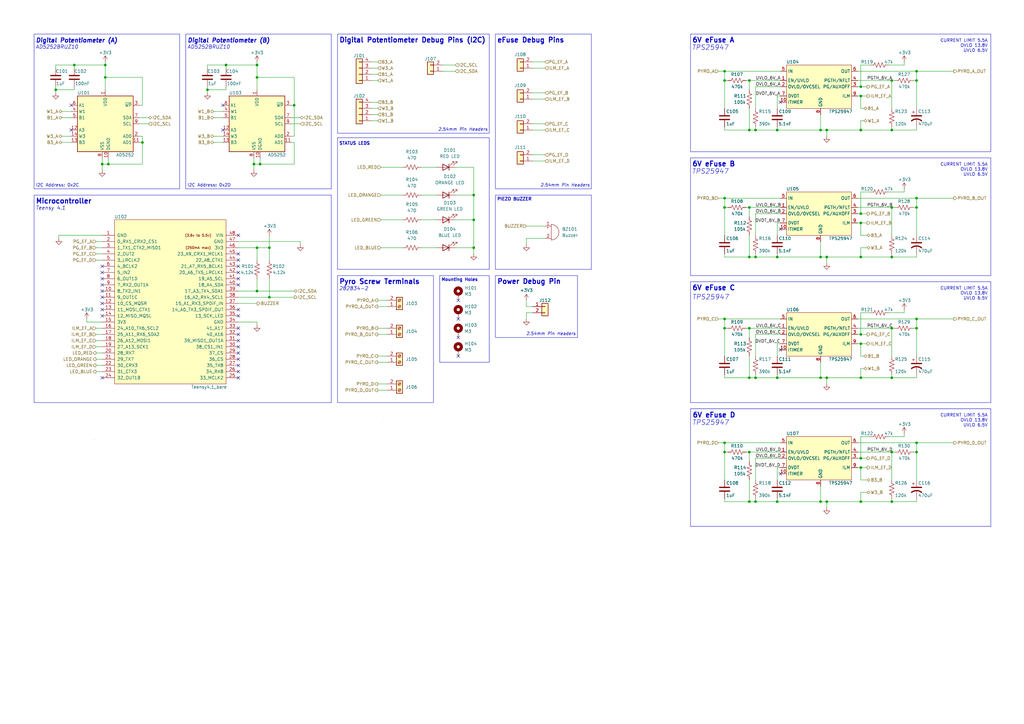
<source format=kicad_sch>
(kicad_sch (version 20231120) (generator "eeschema") (generator_version "8.0")
  (paper "A3")
  (title_block (title "SPARK Pyrotechnic Testing Board") (date "2024-10-10") (rev "A") (company "Illinois Space Society") (comment 4 "Contributors: Ajay Nagi Reddy Kumdam, Bryce Mikos, Thomas McManamen"))
  (lib_symbols
    (symbol "Connector:Screw_Terminal_01x02" (pin_names (offset 1.016) hide)
      (property "Reference" "J" (at 0 2.54 0))
      (property "Value" "Screw_Terminal_01x02" (at 0 -5.08 0))
      (symbol "Screw_Terminal_01x02_1_1"
        (pin passive line (at -5.08 0 0) (length 3.81) (name "Pin_1") (number "1"))
        (pin passive line (at -5.08 -2.54 0) (length 3.81) (name "Pin_2") (number "2"))
      )
    )
    (symbol "Connector_Generic:Conn_01x02" (pin_names (offset 1.016) hide)
      (property "Reference" "J" (at 0 2.54 0))
      (property "Value" "Conn_01x02" (at 0 -5.08 0))
      (symbol "Conn_01x02_1_1"
        (pin passive line (at -5.08 0 0) (length 3.81) (name "Pin_1") (number "1"))
        (pin passive line (at -5.08 -2.54 0) (length 3.81) (name "Pin_2") (number "2"))
      )
    )
    (symbol "Connector_Generic:Conn_01x04" (pin_names (offset 1.016) hide)
      (property "Reference" "J" (at 0 5.08 0))
      (property "Value" "Conn_01x04" (at 0 -7.62 0))
      (symbol "Conn_01x04_1_1"
        (pin passive line (at -5.08 2.54 0) (length 3.81) (name "Pin_1") (number "1"))
        (pin passive line (at -5.08 0 0) (length 3.81) (name "Pin_2") (number "2"))
        (pin passive line (at -5.08 -2.54 0) (length 3.81) (name "Pin_3") (number "3"))
        (pin passive line (at -5.08 -5.08 0) (length 3.81) (name "Pin_4") (number "4"))
      )
    )
    (symbol "Device:Buzzer" (pin_names (offset 0.0254) hide)
      (property "Reference" "BZ" (at 3.81 1.27 0))
      (property "Value" "Buzzer" (at 3.81 -1.27 0))
      (symbol "Buzzer_1_1"
        (pin passive line (at -2.54 2.54 0) (length 2.54) (name "-") (number "1"))
        (pin passive line (at -2.54 -2.54 0) (length 2.54) (name "+") (number "2"))
      )
    )
    (symbol "Device:C" (pin_numbers hide) (pin_names (offset 0.254))
      (property "Reference" "C" (at 0.635 2.54 0))
      (property "Value" "C" (at 0.635 -2.54 0))
      (symbol "C_1_1"
        (pin passive line (at 0 3.81 270) (length 2.794) (name "~") (number "1"))
        (pin passive line (at 0 -3.81 90) (length 2.794) (name "~") (number "2"))
      )
    )
    (symbol "Device:C_Polarized_US" (pin_numbers hide) (pin_names (offset 0.254) hide)
      (property "Reference" "C" (at 0.635 2.54 0))
      (property "Value" "C_Polarized_US" (at 0.635 -2.54 0))
      (symbol "C_Polarized_US_1_1"
        (pin passive line (at 0 3.81 270) (length 2.794) (name "~") (number "1"))
        (pin passive line (at 0 -3.81 90) (length 3.302) (name "~") (number "2"))
      )
    )
    (symbol "Device:LED" (pin_numbers hide) (pin_names (offset 1.016) hide)
      (property "Reference" "D" (at 0 2.54 0))
      (property "Value" "LED" (at 0 -2.54 0))
      (symbol "LED_1_1"
        (pin passive line (at -3.81 0 0) (length 2.54) (name "K") (number "1"))
        (pin passive line (at 3.81 0 180) (length 2.54) (name "A") (number "2"))
      )
    )
    (symbol "Device:R_US" (pin_numbers hide) (pin_names (offset 0))
      (property "Reference" "R" (at 2.54 0 90))
      (property "Value" "R_US" (at -2.54 0 90))
      (symbol "R_US_1_1"
        (pin passive line (at 0 3.81 270) (length 1.27) (name "~") (number "1"))
        (pin passive line (at 0 -3.81 90) (length 1.27) (name "~") (number "2"))
      )
    )
    (symbol "MCU_Teensy:Teensy4.1_bare" (pin_names (offset 1.016))
      (property "Reference" "U2" (at 0 66.04 0))
      (property "Value" "Teensy4.1_bare" (at 0 63.5 0))
      (property "Footprint" "Teensy4.1bare:Teensy41_bare_pins" (at 0 -13.97 0))
      (symbol "Teensy4.1_bare_0_0"
        (text "(250mA max)" (at 11.43 49.53 0) (effects (font (size 1.016 1.016))))
        (text "(3.6v to 5.5v)" (at 11.43 54.61 0) (effects (font (size 1.016 1.016))))
        (pin bidirectional line (at -27.94 31.75 0) (length 5.08) (name "8_TX2_IN1") (number "10"))
        (pin bidirectional line (at -27.94 29.21 0) (length 5.08) (name "9_OUT1C") (number "11"))
        (pin bidirectional line (at -27.94 26.67 0) (length 5.08) (name "10_CS_MQSR") (number "12"))
        (pin bidirectional line (at -27.94 24.13 0) (length 5.08) (name "11_MOSI_CTX1") (number "13"))
        (pin bidirectional line (at -27.94 21.59 0) (length 5.08) (name "12_MISO_MQSL") (number "14"))
        (pin power_in line (at -27.94 19.05 0) (length 5.08) (name "3V3") (number "15"))
        (pin bidirectional line (at -27.94 16.51 0) (length 5.08) (name "24_A10_TX6_SCL2") (number "16"))
        (pin bidirectional line (at -27.94 13.97 0) (length 5.08) (name "25_A11_RX6_SDA2") (number "17"))
        (pin bidirectional line (at -27.94 11.43 0) (length 5.08) (name "26_A12_MOSI1") (number "18"))
        (pin bidirectional line (at -27.94 8.89 0) (length 5.08) (name "27_A13_SCK1") (number "19"))
        (pin bidirectional line (at -27.94 6.35 0) (length 5.08) (name "28_RX7") (number "20"))
        (pin bidirectional line (at -27.94 3.81 0) (length 5.08) (name "29_TX7") (number "21"))
        (pin bidirectional line (at -27.94 1.27 0) (length 5.08) (name "30_CRX3") (number "22"))
        (pin bidirectional line (at -27.94 -1.27 0) (length 5.08) (name "31_CTX3") (number "23"))
        (pin bidirectional line (at -27.94 -3.81 0) (length 5.08) (name "32_OUT1B") (number "24"))
        (pin bidirectional line (at 27.94 -3.81 180) (length 5.08) (name "33_MCLK2") (number "25"))
        (pin bidirectional line (at 27.94 -1.27 180) (length 5.08) (name "34_RX8") (number "26"))
        (pin bidirectional line (at 27.94 1.27 180) (length 5.08) (name "35_TX8") (number "27"))
        (pin bidirectional line (at 27.94 3.81 180) (length 5.08) (name "36_CS") (number "28"))
        (pin bidirectional line (at 27.94 6.35 180) (length 5.08) (name "37_CS") (number "29"))
        (pin bidirectional line (at 27.94 8.89 180) (length 5.08) (name "38_CS1_IN1") (number "30"))
        (pin bidirectional line (at 27.94 11.43 180) (length 5.08) (name "39_MISO1_OUT1A") (number "31"))
        (pin bidirectional line (at 27.94 13.97 180) (length 5.08) (name "40_A16") (number "32"))
        (pin bidirectional line (at 27.94 16.51 180) (length 5.08) (name "41_A17") (number "33"))
        (pin bidirectional line (at 27.94 21.59 180) (length 5.08) (name "13_SCK_LED") (number "35"))
        (pin bidirectional line (at 27.94 24.13 180) (length 5.08) (name "14_A0_TX3_SPDIF_OUT") (number "36"))
        (pin bidirectional line (at 27.94 26.67 180) (length 5.08) (name "15_A1_RX3_SPDIF_IN") (number "37"))
        (pin bidirectional line (at 27.94 29.21 180) (length 5.08) (name "16_A2_RX4_SCL1") (number "38"))
        (pin bidirectional line (at 27.94 31.75 180) (length 5.08) (name "17_A3_TX4_SDA1") (number "39"))
        (pin bidirectional line (at 27.94 34.29 180) (length 5.08) (name "18_A4_SDA") (number "40"))
        (pin bidirectional line (at 27.94 36.83 180) (length 5.08) (name "19_A5_SCL") (number "41"))
        (pin bidirectional line (at 27.94 39.37 180) (length 5.08) (name "20_A6_TX5_LRCLK1") (number "42"))
        (pin bidirectional line (at 27.94 41.91 180) (length 5.08) (name "21_A7_RX5_BCLK1") (number "43"))
        (pin bidirectional line (at 27.94 44.45 180) (length 5.08) (name "22_A8_CTX1") (number "44"))
        (pin bidirectional line (at 27.94 46.99 180) (length 5.08) (name "23_A9_CRX1_MCLK1") (number "45"))
        (pin power_in line (at 27.94 49.53 180) (length 5.08) (name "3V3") (number "46"))
        (pin power_in line (at 27.94 52.07 180) (length 5.08) (name "GND") (number "47"))
        (pin power_in line (at 27.94 54.61 180) (length 5.08) (name "VIN") (number "48"))
        (pin bidirectional line (at -27.94 44.45 0) (length 5.08) (name "3_LRCLK2") (number "5"))
        (pin bidirectional line (at -27.94 41.91 0) (length 5.08) (name "4_BCLK2") (number "6"))
        (pin bidirectional line (at -27.94 39.37 0) (length 5.08) (name "5_IN2") (number "7"))
        (pin bidirectional line (at -27.94 36.83 0) (length 5.08) (name "6_OUT1D") (number "8"))
        (pin bidirectional line (at -27.94 34.29 0) (length 5.08) (name "7_RX2_OUT1A") (number "9"))
      )
      (symbol "Teensy4.1_bare_1_1"
        (pin power_in line (at -27.94 54.61 0) (length 5.08) (name "GND") (number "1"))
        (pin bidirectional line (at -27.94 52.07 0) (length 5.08) (name "0_RX1_CRX2_CS1") (number "2"))
        (pin bidirectional line (at -27.94 49.53 0) (length 5.08) (name "1_TX1_CTX2_MISO1") (number "3"))
        (pin power_in line (at 27.94 19.05 180) (length 5.08) (name "GND") (number "34"))
        (pin bidirectional line (at -27.94 46.99 0) (length 5.08) (name "2_OUT2") (number "4"))
      )
    )
    (symbol "Mechanical:MountingHole_Pad" (pin_numbers hide) (pin_names (offset 1.016) hide)
      (property "Reference" "H" (at 0 6.35 0))
      (property "Value" "MountingHole_Pad" (at 0 4.445 0))
      (symbol "MountingHole_Pad_1_1"
        (pin input line (at 0 -2.54 90) (length 2.54) (name "1") (number "1"))
      )
    )
    (symbol "Potentiometer_Analog:AD5252"
      (property "Reference" "U" (at -11.43 12.7 0))
      (property "Value" "AD5252" (at 3.81 -13.97 0))
      (symbol "AD5252_1_0"
        (pin power_in line (at 0 13.97 270) (length 2.54) (name "VDD") (number "1"))
        (pin passive line (at 1.27 -13.97 90) (length 2.54) (name "DGND") (number "10"))
        (pin passive line (at 13.97 -7.62 180) (length 2.54) (name "AD1") (number "11"))
        (pin passive line (at -13.97 -2.54 0) (length 2.54) (name "A3") (number "12"))
        (pin passive line (at -13.97 -7.62 0) (length 2.54) (name "B3") (number "13"))
        (pin passive line (at -13.97 -5.08 0) (length 2.54) (name "W3") (number "14"))
        (pin passive line (at 13.97 -5.08 180) (length 2.54) (name "AD0") (number "2"))
        (pin passive line (at 13.97 7.62 180) (length 2.54) (name "~{WP}") (number "3"))
        (pin passive line (at -13.97 5.08 0) (length 2.54) (name "W1") (number "4"))
        (pin passive line (at -13.97 2.54 0) (length 2.54) (name "B1") (number "5"))
        (pin passive line (at -13.97 7.62 0) (length 2.54) (name "A1") (number "6"))
        (pin passive line (at 13.97 2.54 180) (length 2.54) (name "SDA") (number "7"))
        (pin power_in line (at -1.27 -13.97 90) (length 2.54) (name "VSS") (number "8"))
        (pin passive line (at 13.97 0 180) (length 2.54) (name "SCL") (number "9"))
      )
    )
    (symbol "Power_eFuse:TPS25947"
      (property "Reference" "U" (at -13.97 12.7 0))
      (property "Value" "TPS25947" (at 8.255 12.7 0))
      (symbol "TPS25947_0_0"
        (pin input line (at -16.51 5.08 0) (length 2.54) (name "EN/UVLO") (number "1"))
        (pin output line (at -16.51 -3.81 0) (length 2.54) (name "ITIMER") (number "10"))
        (pin input line (at -16.51 2.54 0) (length 2.54) (name "OVLO/OVCSEL") (number "2"))
        (pin output line (at 15.24 2.54 180) (length 2.54) (name "PG/AUXOFF") (number "3"))
        (pin bidirectional line (at 15.24 5.08 180) (length 2.54) (name "PGTH/NFLT") (number "4"))
        (pin power_in line (at -16.51 8.89 0) (length 2.54) (name "IN") (number "5"))
        (pin power_out line (at 15.24 8.89 180) (length 2.54) (name "OUT") (number "6"))
        (pin output line (at -16.51 -1.27 0) (length 2.54) (name "DVDT") (number "7"))
        (pin input line (at 0 -8.89 90) (length 2.54) (name "GND") (number "8"))
        (pin output line (at 15.24 -1.27 180) (length 2.54) (name "ILM") (number "9"))
      )
    )
    (symbol "power:+3V3" (power) (pin_names (offset 0))
      (property "Value" "+3V3" (at 0 3.556 0))
      (symbol "+3V3_1_1"
        (pin power_in line (at 0 0 90) (length 0) hide (name "+3V3") (number "1"))
      )
    )
    (symbol "power:GND" (power) (pin_names (offset 0))
      (property "Value" "GND" (at 0 -3.81 0))
      (symbol "GND_1_1"
        (pin power_in line (at 0 0 270) (length 0) hide (name "GND") (number "1"))
      )
    )
  )
  (junction (at 307.34 134.62))
  (junction (at 318.77 205.74))
  (junction (at 339.09 105.41))
  (junction (at 365.76 185.42))
  (junction (at 307.34 205.74))
  (junction (at 297.18 85.09))
  (junction (at 105.41 26.67))
  (junction (at 85.09 36.83))
  (junction (at 41.91 67.31))
  (junction (at 297.18 81.28))
  (junction (at 318.77 105.41))
  (junction (at 106.68 67.31))
  (junction (at 307.34 154.94))
  (junction (at 105.41 31.75))
  (junction (at 336.55 53.34))
  (junction (at 309.88 105.41))
  (junction (at 336.55 154.94))
  (junction (at 353.06 35.56))
  (junction (at 353.06 53.34))
  (junction (at 375.92 85.09))
  (junction (at 307.34 105.41))
  (junction (at 375.92 29.21))
  (junction (at 43.18 31.75))
  (junction (at 365.76 53.34))
  (junction (at 365.76 85.09))
  (junction (at 309.88 53.34))
  (junction (at 375.92 130.81))
  (junction (at 297.18 181.61))
  (junction (at 353.06 91.44))
  (junction (at 353.06 140.97))
  (junction (at 307.34 53.34))
  (junction (at 353.06 191.77))
  (junction (at 365.76 134.62))
  (junction (at 375.92 134.62))
  (junction (at 336.55 105.41))
  (junction (at 307.34 85.09))
  (junction (at 104.14 67.31))
  (junction (at 297.18 185.42))
  (junction (at 58.42 58.42))
  (junction (at 43.18 26.67))
  (junction (at 120.65 43.18))
  (junction (at 336.55 205.74))
  (junction (at 339.09 154.94))
  (junction (at 307.34 33.02))
  (junction (at 194.31 80.01))
  (junction (at 318.77 154.94))
  (junction (at 22.86 36.83))
  (junction (at 353.06 105.41))
  (junction (at 353.06 87.63))
  (junction (at 92.71 26.67))
  (junction (at 297.18 134.62))
  (junction (at 365.76 154.94))
  (junction (at 194.31 101.6))
  (junction (at 339.09 205.74))
  (junction (at 339.09 53.34))
  (junction (at 297.18 29.21))
  (junction (at 105.41 101.6))
  (junction (at 375.92 185.42))
  (junction (at 365.76 33.02))
  (junction (at 353.06 154.94))
  (junction (at 309.88 154.94))
  (junction (at 353.06 187.96))
  (junction (at 110.49 121.92))
  (junction (at 365.76 105.41))
  (junction (at 44.45 67.31))
  (junction (at 297.18 33.02))
  (junction (at 30.48 26.67))
  (junction (at 105.41 119.38))
  (junction (at 353.06 137.16))
  (junction (at 353.06 205.74))
  (junction (at 353.06 39.37))
  (junction (at 318.77 53.34))
  (junction (at 375.92 33.02))
  (junction (at 365.76 205.74))
  (junction (at 375.92 81.28))
  (junction (at 307.34 185.42))
  (junction (at 194.31 90.17))
  (junction (at 375.92 181.61))
  (junction (at 309.88 205.74))
  (junction (at 110.49 101.6))
  (junction (at 297.18 130.81))
  (no_connect (at 187.96 130.81))
  (no_connect (at 187.96 146.05))
  (no_connect (at 97.79 106.68))
  (no_connect (at 41.91 111.76))
  (no_connect (at 97.79 139.7))
  (no_connect (at 187.96 138.43))
  (no_connect (at 41.91 121.92))
  (no_connect (at 187.96 123.19))
  (no_connect (at 29.21 43.18))
  (no_connect (at 97.79 116.84))
  (no_connect (at 97.79 152.4))
  (no_connect (at 320.04 93.98))
  (no_connect (at 29.21 53.34))
  (no_connect (at 97.79 147.32))
  (no_connect (at 41.91 127))
  (no_connect (at 97.79 129.54))
  (no_connect (at 97.79 114.3))
  (no_connect (at 97.79 154.94))
  (no_connect (at 97.79 149.86))
  (no_connect (at 97.79 137.16))
  (no_connect (at 320.04 41.91))
  (no_connect (at 97.79 142.24))
  (no_connect (at 97.79 111.76))
  (no_connect (at 41.91 109.22))
  (no_connect (at 41.91 119.38))
  (no_connect (at 41.91 114.3))
  (no_connect (at 97.79 144.78))
  (no_connect (at 320.04 143.51))
  (no_connect (at 41.91 116.84))
  (no_connect (at 320.04 194.31))
  (no_connect (at 97.79 104.14))
  (no_connect (at 97.79 127))
  (no_connect (at 91.44 43.18))
  (no_connect (at 97.79 109.22))
  (no_connect (at 41.91 154.94))
  (no_connect (at 91.44 53.34))
  (no_connect (at 97.79 134.62))
  (no_connect (at 41.91 129.54))
  (no_connect (at 97.79 96.52))
  (no_connect (at 41.91 124.46))
  (wire (pts (xy 307.34 205.74) (xy 297.18 205.74)))
  (wire (pts (xy 318.77 39.37) (xy 320.04 39.37)))
  (wire (pts (xy 354.33 49.53) (xy 353.06 49.53)))
  (wire (pts (xy 39.37 134.62) (xy 41.91 134.62)))
  (wire (pts (xy 154.94 25.4) (xy 152.4 25.4)))
  (wire (pts (xy 39.37 139.7) (xy 41.91 139.7)))
  (wire (pts (xy 375.92 81.28) (xy 391.16 81.28)))
  (wire (pts (xy 365.76 105.41) (xy 365.76 104.14)))
  (wire (pts (xy 297.18 185.42) (xy 298.45 185.42)))
  (wire (pts (xy 158.75 146.05) (xy 154.94 146.05)))
  (wire (pts (xy 172.72 68.58) (xy 179.07 68.58)))
  (wire (pts (xy 353.06 137.16) (xy 355.6 137.16)))
  (wire (pts (xy 354.33 151.13) (xy 353.06 151.13)))
  (wire (pts (xy 336.55 105.41) (xy 339.09 105.41)))
  (wire (pts (xy 154.94 44.45) (xy 152.4 44.45)))
  (wire (pts (xy 297.18 185.42) (xy 297.18 196.85)))
  (wire (pts (xy 309.88 153.67) (xy 309.88 154.94)))
  (wire (pts (xy 365.76 85.09) (xy 367.03 85.09)))
  (wire (pts (xy 353.06 26.67) (xy 353.06 35.56)))
  (wire (pts (xy 297.18 181.61) (xy 297.18 185.42)))
  (wire (pts (xy 110.49 96.52) (xy 110.49 101.6)))
  (wire (pts (xy 375.92 181.61) (xy 375.92 185.42)))
  (wire (pts (xy 119.38 48.26) (xy 123.19 48.26)))
  (wire (pts (xy 318.77 39.37) (xy 318.77 44.45)))
  (wire (pts (xy 364.49 26.67) (xy 370.84 26.67)))
  (wire (pts (xy 110.49 114.3) (xy 110.49 121.92)))
  (wire (pts (xy 353.06 151.13) (xy 353.06 154.94)))
  (wire (pts (xy 318.77 91.44) (xy 318.77 96.52)))
  (wire (pts (xy 306.07 85.09) (xy 307.34 85.09)))
  (wire (pts (xy 365.76 85.09) (xy 365.76 96.52)))
  (wire (pts (xy 351.79 33.02) (xy 365.76 33.02)))
  (polyline (pts (xy 143.51 13.97) (xy 143.51 13.97)))
  (wire (pts (xy 154.94 160.02) (xy 158.75 160.02)))
  (wire (pts (xy 353.06 101.6) (xy 353.06 105.41)))
  (wire (pts (xy 375.92 204.47) (xy 375.92 205.74)))
  (wire (pts (xy 186.69 101.6) (xy 194.31 101.6)))
  (wire (pts (xy 365.76 154.94) (xy 365.76 153.67)))
  (wire (pts (xy 43.18 31.75) (xy 43.18 36.83)))
  (wire (pts (xy 172.72 101.6) (xy 179.07 101.6)))
  (wire (pts (xy 318.77 205.74) (xy 336.55 205.74)))
  (wire (pts (xy 375.92 105.41) (xy 365.76 105.41)))
  (wire (pts (xy 353.06 128.27) (xy 356.87 128.27)))
  (wire (pts (xy 370.84 26.67) (xy 370.84 25.4)))
  (wire (pts (xy 120.65 58.42) (xy 120.65 67.31)))
  (wire (pts (xy 97.79 119.38) (xy 105.41 119.38)))
  (wire (pts (xy 152.4 46.99) (xy 154.94 46.99)))
  (wire (pts (xy 339.09 105.41) (xy 353.06 105.41)))
  (wire (pts (xy 194.31 101.6) (xy 194.31 104.14)))
  (wire (pts (xy 307.34 134.62) (xy 307.34 138.43)))
  (wire (pts (xy 336.55 205.74) (xy 339.09 205.74)))
  (wire (pts (xy 297.18 205.74) (xy 297.18 204.47)))
  (wire (pts (xy 320.04 35.56) (xy 309.88 35.56)))
  (wire (pts (xy 309.88 87.63) (xy 309.88 96.52)))
  (wire (pts (xy 318.77 140.97) (xy 320.04 140.97)))
  (wire (pts (xy 186.69 68.58) (xy 194.31 68.58)))
  (wire (pts (xy 154.94 137.16) (xy 158.75 137.16)))
  (wire (pts (xy 318.77 191.77) (xy 318.77 196.85)))
  (wire (pts (xy 123.19 99.06) (xy 97.79 99.06)))
  (wire (pts (xy 351.79 185.42) (xy 365.76 185.42)))
  (wire (pts (xy 353.06 201.93) (xy 355.6 201.93)))
  (wire (pts (xy 307.34 105.41) (xy 309.88 105.41)))
  (wire (pts (xy 309.88 104.14) (xy 309.88 105.41)))
  (wire (pts (xy 186.69 90.17) (xy 194.31 90.17)))
  (wire (pts (xy 218.44 40.64) (xy 223.52 40.64)))
  (wire (pts (xy 307.34 85.09) (xy 320.04 85.09)))
  (wire (pts (xy 152.4 33.02) (xy 154.94 33.02)))
  (wire (pts (xy 154.94 125.73) (xy 158.75 125.73)))
  (wire (pts (xy 309.88 137.16) (xy 309.88 146.05)))
  (wire (pts (xy 97.79 121.92) (xy 110.49 121.92)))
  (wire (pts (xy 375.92 185.42) (xy 375.92 196.85)))
  (wire (pts (xy 336.55 46.99) (xy 336.55 53.34)))
  (wire (pts (xy 297.18 53.34) (xy 307.34 53.34)))
  (wire (pts (xy 365.76 134.62) (xy 367.03 134.62)))
  (wire (pts (xy 297.18 85.09) (xy 297.18 96.52)))
  (wire (pts (xy 351.79 29.21) (xy 375.92 29.21)))
  (wire (pts (xy 318.77 52.07) (xy 318.77 53.34)))
  (wire (pts (xy 297.18 33.02) (xy 298.45 33.02)))
  (wire (pts (xy 318.77 53.34) (xy 336.55 53.34)))
  (wire (pts (xy 351.79 81.28) (xy 375.92 81.28)))
  (wire (pts (xy 353.06 140.97) (xy 353.06 146.05)))
  (wire (pts (xy 309.88 187.96) (xy 309.88 196.85)))
  (wire (pts (xy 152.4 30.48) (xy 154.94 30.48)))
  (wire (pts (xy 218.44 25.4) (xy 223.52 25.4)))
  (wire (pts (xy 156.21 68.58) (xy 165.1 68.58)))
  (wire (pts (xy 375.92 85.09) (xy 374.65 85.09)))
  (wire (pts (xy 215.9 92.71) (xy 223.52 92.71)))
  (wire (pts (xy 318.77 204.47) (xy 318.77 205.74)))
  (wire (pts (xy 87.63 48.26) (xy 91.44 48.26)))
  (wire (pts (xy 24.13 97.79) (xy 24.13 96.52)))
  (wire (pts (xy 294.64 29.21) (xy 297.18 29.21)))
  (wire (pts (xy 297.18 154.94) (xy 307.34 154.94)))
  (wire (pts (xy 39.37 144.78) (xy 41.91 144.78)))
  (wire (pts (xy 353.06 196.85) (xy 355.6 196.85)))
  (wire (pts (xy 297.18 104.14) (xy 297.18 105.41)))
  (wire (pts (xy 339.09 53.34) (xy 339.09 55.88)))
  (wire (pts (xy 58.42 31.75) (xy 43.18 31.75)))
  (wire (pts (xy 41.91 69.85) (xy 41.91 67.31)))
  (wire (pts (xy 353.06 91.44) (xy 353.06 96.52)))
  (wire (pts (xy 92.71 35.56) (xy 92.71 36.83)))
  (wire (pts (xy 156.21 80.01) (xy 165.1 80.01)))
  (wire (pts (xy 353.06 78.74) (xy 353.06 87.63)))
  (wire (pts (xy 375.92 181.61) (xy 391.16 181.61)))
  (wire (pts (xy 307.34 33.02) (xy 307.34 36.83)))
  (wire (pts (xy 353.06 35.56) (xy 355.6 35.56)))
  (wire (pts (xy 365.76 185.42) (xy 365.76 196.85)))
  (wire (pts (xy 92.71 27.94) (xy 92.71 26.67)))
  (wire (pts (xy 218.44 63.5) (xy 223.52 63.5)))
  (wire (pts (xy 154.94 41.91) (xy 152.4 41.91)))
  (wire (pts (xy 307.34 53.34) (xy 309.88 53.34)))
  (wire (pts (xy 307.34 146.05) (xy 307.34 154.94)))
  (wire (pts (xy 351.79 35.56) (xy 353.06 35.56)))
  (wire (pts (xy 365.76 205.74) (xy 365.76 204.47)))
  (wire (pts (xy 339.09 205.74) (xy 339.09 208.28)))
  (wire (pts (xy 97.79 124.46) (xy 105.41 124.46)))
  (wire (pts (xy 110.49 121.92) (xy 120.65 121.92)))
  (wire (pts (xy 353.06 96.52) (xy 355.6 96.52)))
  (wire (pts (xy 375.92 33.02) (xy 374.65 33.02)))
  (wire (pts (xy 186.69 80.01) (xy 194.31 80.01)))
  (wire (pts (xy 375.92 53.34) (xy 365.76 53.34)))
  (wire (pts (xy 41.91 67.31) (xy 41.91 64.77)))
  (wire (pts (xy 307.34 33.02) (xy 320.04 33.02)))
  (wire (pts (xy 339.09 105.41) (xy 339.09 107.95)))
  (wire (pts (xy 194.31 90.17) (xy 194.31 101.6)))
  (wire (pts (xy 351.79 134.62) (xy 365.76 134.62)))
  (wire (pts (xy 375.92 130.81) (xy 375.92 134.62)))
  (wire (pts (xy 85.09 36.83) (xy 85.09 38.1)))
  (polyline (pts (xy 285.75 62.23) (xy 285.75 62.23)))
  (wire (pts (xy 320.04 87.63) (xy 309.88 87.63)))
  (wire (pts (xy 353.06 105.41) (xy 365.76 105.41)))
  (wire (pts (xy 370.84 77.47) (xy 370.84 78.74)))
  (wire (pts (xy 154.94 27.94) (xy 152.4 27.94)))
  (wire (pts (xy 39.37 104.14) (xy 41.91 104.14)))
  (wire (pts (xy 318.77 91.44) (xy 320.04 91.44)))
  (wire (pts (xy 307.34 96.52) (xy 307.34 105.41)))
  (wire (pts (xy 181.61 26.67) (xy 186.69 26.67)))
  (wire (pts (xy 154.94 148.59) (xy 158.75 148.59)))
  (wire (pts (xy 35.56 132.08) (xy 41.91 132.08)))
  (wire (pts (xy 353.06 140.97) (xy 355.6 140.97)))
  (wire (pts (xy 105.41 119.38) (xy 120.65 119.38)))
  (wire (pts (xy 119.38 58.42) (xy 120.65 58.42)))
  (wire (pts (xy 353.06 78.74) (xy 356.87 78.74)))
  (wire (pts (xy 297.18 81.28) (xy 320.04 81.28)))
  (wire (pts (xy 106.68 67.31) (xy 106.68 64.77)))
  (wire (pts (xy 351.79 140.97) (xy 353.06 140.97)))
  (wire (pts (xy 110.49 106.68) (xy 110.49 101.6)))
  (wire (pts (xy 309.88 53.34) (xy 318.77 53.34)))
  (wire (pts (xy 336.55 154.94) (xy 339.09 154.94)))
  (wire (pts (xy 218.44 125.73) (xy 215.9 125.73)))
  (wire (pts (xy 39.37 137.16) (xy 41.91 137.16)))
  (wire (pts (xy 375.92 134.62) (xy 375.92 146.05)))
  (wire (pts (xy 22.86 26.67) (xy 22.86 27.94)))
  (wire (pts (xy 123.19 100.33) (xy 123.19 99.06)))
  (wire (pts (xy 105.41 133.35) (xy 105.41 132.08)))
  (wire (pts (xy 375.92 185.42) (xy 374.65 185.42)))
  (wire (pts (xy 194.31 68.58) (xy 194.31 80.01)))
  (wire (pts (xy 370.84 78.74) (xy 364.49 78.74)))
  (wire (pts (xy 353.06 101.6) (xy 355.6 101.6)))
  (wire (pts (xy 120.65 43.18) (xy 120.65 31.75)))
  (wire (pts (xy 172.72 80.01) (xy 179.07 80.01)))
  (wire (pts (xy 339.09 53.34) (xy 353.06 53.34)))
  (wire (pts (xy 307.34 185.42) (xy 307.34 189.23)))
  (wire (pts (xy 39.37 106.68) (xy 41.91 106.68)))
  (wire (pts (xy 119.38 50.8) (xy 123.19 50.8)))
  (wire (pts (xy 320.04 187.96) (xy 309.88 187.96)))
  (wire (pts (xy 353.06 39.37) (xy 353.06 44.45)))
  (wire (pts (xy 375.92 52.07) (xy 375.92 53.34)))
  (wire (pts (xy 25.4 58.42) (xy 29.21 58.42)))
  (wire (pts (xy 309.88 154.94) (xy 318.77 154.94)))
  (wire (pts (xy 297.18 130.81) (xy 297.18 134.62)))
  (wire (pts (xy 39.37 101.6) (xy 41.91 101.6)))
  (wire (pts (xy 172.72 90.17) (xy 179.07 90.17)))
  (wire (pts (xy 58.42 43.18) (xy 57.15 43.18)))
  (wire (pts (xy 154.94 123.19) (xy 158.75 123.19)))
  (wire (pts (xy 318.77 154.94) (xy 336.55 154.94)))
  (wire (pts (xy 375.92 134.62) (xy 374.65 134.62)))
  (wire (pts (xy 365.76 53.34) (xy 365.76 52.07)))
  (wire (pts (xy 351.79 137.16) (xy 353.06 137.16)))
  (wire (pts (xy 309.88 105.41) (xy 318.77 105.41)))
  (wire (pts (xy 39.37 149.86) (xy 41.91 149.86)))
  (wire (pts (xy 370.84 177.8) (xy 370.84 179.07)))
  (wire (pts (xy 35.56 130.81) (xy 35.56 132.08)))
  (wire (pts (xy 158.75 157.48) (xy 154.94 157.48)))
  (wire (pts (xy 306.07 185.42) (xy 307.34 185.42)))
  (wire (pts (xy 353.06 191.77) (xy 355.6 191.77)))
  (wire (pts (xy 215.9 130.81) (xy 215.9 128.27)))
  (wire (pts (xy 375.92 81.28) (xy 375.92 85.09)))
  (wire (pts (xy 353.06 91.44) (xy 355.6 91.44)))
  (wire (pts (xy 353.06 39.37) (xy 355.6 39.37)))
  (wire (pts (xy 119.38 55.88) (xy 120.65 55.88)))
  (wire (pts (xy 87.63 45.72) (xy 91.44 45.72)))
  (wire (pts (xy 297.18 29.21) (xy 320.04 29.21)))
  (wire (pts (xy 120.65 67.31) (xy 106.68 67.31)))
  (wire (pts (xy 353.06 44.45) (xy 354.33 44.45)))
  (wire (pts (xy 375.92 153.67) (xy 375.92 154.94)))
  (wire (pts (xy 218.44 50.8) (xy 223.52 50.8)))
  (wire (pts (xy 215.9 125.73) (xy 215.9 123.19)))
  (wire (pts (xy 104.14 67.31) (xy 104.14 64.77)))
  (wire (pts (xy 351.79 87.63) (xy 353.06 87.63)))
  (wire (pts (xy 353.06 201.93) (xy 353.06 205.74)))
  (wire (pts (xy 318.77 105.41) (xy 336.55 105.41)))
  (wire (pts (xy 120.65 31.75) (xy 105.41 31.75)))
  (wire (pts (xy 318.77 104.14) (xy 318.77 105.41)))
  (wire (pts (xy 353.06 154.94) (xy 365.76 154.94)))
  (wire (pts (xy 351.79 191.77) (xy 353.06 191.77)))
  (wire (pts (xy 297.18 85.09) (xy 298.45 85.09)))
  (wire (pts (xy 351.79 91.44) (xy 353.06 91.44)))
  (wire (pts (xy 218.44 66.04) (xy 223.52 66.04)))
  (wire (pts (xy 104.14 69.85) (xy 104.14 67.31)))
  (wire (pts (xy 307.34 85.09) (xy 307.34 88.9)))
  (wire (pts (xy 39.37 99.06) (xy 41.91 99.06)))
  (wire (pts (xy 351.79 181.61) (xy 375.92 181.61)))
  (polyline (pts (xy 284.48 118.11) (xy 284.48 118.11)))
  (wire (pts (xy 57.15 50.8) (xy 60.96 50.8)))
  (wire (pts (xy 105.41 25.4) (xy 105.41 26.67)))
  (wire (pts (xy 58.42 43.18) (xy 58.42 31.75)))
  (wire (pts (xy 320.04 137.16) (xy 309.88 137.16)))
  (wire (pts (xy 22.86 36.83) (xy 22.86 38.1)))
  (wire (pts (xy 306.07 134.62) (xy 307.34 134.62)))
  (wire (pts (xy 351.79 130.81) (xy 375.92 130.81)))
  (wire (pts (xy 309.88 35.56) (xy 309.88 44.45)))
  (wire (pts (xy 105.41 31.75) (xy 105.41 36.83)))
  (wire (pts (xy 57.15 48.26) (xy 60.96 48.26)))
  (wire (pts (xy 309.88 205.74) (xy 318.77 205.74)))
  (wire (pts (xy 353.06 146.05) (xy 354.33 146.05)))
  (wire (pts (xy 39.37 147.32) (xy 41.91 147.32)))
  (wire (pts (xy 309.88 204.47) (xy 309.88 205.74)))
  (wire (pts (xy 25.4 55.88) (xy 29.21 55.88)))
  (wire (pts (xy 92.71 36.83) (xy 85.09 36.83)))
  (wire (pts (xy 307.34 196.85) (xy 307.34 205.74)))
  (wire (pts (xy 297.18 33.02) (xy 297.18 44.45)))
  (wire (pts (xy 307.34 44.45) (xy 307.34 53.34)))
  (wire (pts (xy 353.06 191.77) (xy 353.06 196.85)))
  (wire (pts (xy 39.37 142.24) (xy 41.91 142.24)))
  (wire (pts (xy 351.79 39.37) (xy 353.06 39.37)))
  (wire (pts (xy 307.34 154.94) (xy 309.88 154.94)))
  (wire (pts (xy 105.41 101.6) (xy 105.41 106.68)))
  (wire (pts (xy 375.92 29.21) (xy 391.16 29.21)))
  (wire (pts (xy 365.76 33.02) (xy 367.03 33.02)))
  (wire (pts (xy 215.9 128.27) (xy 218.44 128.27)))
  (wire (pts (xy 353.06 179.07) (xy 356.87 179.07)))
  (wire (pts (xy 375.92 205.74) (xy 365.76 205.74)))
  (wire (pts (xy 365.76 134.62) (xy 365.76 146.05)))
  (wire (pts (xy 309.88 52.07) (xy 309.88 53.34)))
  (wire (pts (xy 152.4 49.53) (xy 154.94 49.53)))
  (wire (pts (xy 30.48 27.94) (xy 30.48 26.67)))
  (wire (pts (xy 58.42 67.31) (xy 44.45 67.31)))
  (wire (pts (xy 294.64 130.81) (xy 297.18 130.81)))
  (wire (pts (xy 105.41 101.6) (xy 110.49 101.6)))
  (wire (pts (xy 156.21 101.6) (xy 165.1 101.6)))
  (wire (pts (xy 92.71 26.67) (xy 85.09 26.67)))
  (wire (pts (xy 353.06 49.53) (xy 353.06 53.34)))
  (wire (pts (xy 92.71 26.67) (xy 105.41 26.67)))
  (wire (pts (xy 297.18 52.07) (xy 297.18 53.34)))
  (wire (pts (xy 25.4 45.72) (xy 29.21 45.72)))
  (wire (pts (xy 105.41 132.08) (xy 97.79 132.08)))
  (wire (pts (xy 336.55 99.06) (xy 336.55 105.41)))
  (wire (pts (xy 87.63 55.88) (xy 91.44 55.88)))
  (wire (pts (xy 365.76 33.02) (xy 365.76 44.45)))
  (wire (pts (xy 339.09 205.74) (xy 353.06 205.74)))
  (wire (pts (xy 307.34 134.62) (xy 320.04 134.62)))
  (wire (pts (xy 318.77 153.67) (xy 318.77 154.94)))
  (wire (pts (xy 297.18 130.81) (xy 320.04 130.81)))
  (wire (pts (xy 30.48 26.67) (xy 22.86 26.67)))
  (wire (pts (xy 297.18 181.61) (xy 320.04 181.61)))
  (wire (pts (xy 104.14 67.31) (xy 106.68 67.31)))
  (wire (pts (xy 297.18 29.21) (xy 297.18 33.02)))
  (wire (pts (xy 297.18 134.62) (xy 298.45 134.62)))
  (wire (pts (xy 58.42 58.42) (xy 58.42 67.31)))
  (wire (pts (xy 158.75 134.62) (xy 154.94 134.62)))
  (wire (pts (xy 318.77 140.97) (xy 318.77 146.05)))
  (wire (pts (xy 105.41 26.67) (xy 105.41 31.75)))
  (wire (pts (xy 353.06 87.63) (xy 355.6 87.63)))
  (wire (pts (xy 215.9 97.79) (xy 215.9 100.33)))
  (wire (pts (xy 353.06 53.34) (xy 365.76 53.34)))
  (wire (pts (xy 30.48 26.67) (xy 43.18 26.67)))
  (wire (pts (xy 218.44 53.34) (xy 223.52 53.34)))
  (wire (pts (xy 353.06 187.96) (xy 355.6 187.96)))
  (wire (pts (xy 120.65 43.18) (xy 120.65 55.88)))
  (wire (pts (xy 218.44 38.1) (xy 223.52 38.1)))
  (wire (pts (xy 375.92 154.94) (xy 365.76 154.94)))
  (wire (pts (xy 218.44 27.94) (xy 223.52 27.94)))
  (wire (pts (xy 58.42 58.42) (xy 58.42 55.88)))
  (wire (pts (xy 194.31 80.01) (xy 194.31 90.17)))
  (wire (pts (xy 370.84 128.27) (xy 370.84 127)))
  (wire (pts (xy 364.49 128.27) (xy 370.84 128.27)))
  (wire (pts (xy 39.37 152.4) (xy 41.91 152.4)))
  (wire (pts (xy 30.48 36.83) (xy 22.86 36.83)))
  (wire (pts (xy 24.13 96.52) (xy 41.91 96.52)))
  (wire (pts (xy 85.09 26.67) (xy 85.09 27.94)))
  (wire (pts (xy 22.86 36.83) (xy 22.86 35.56)))
  (wire (pts (xy 375.92 85.09) (xy 375.92 96.52)))
  (wire (pts (xy 43.18 25.4) (xy 43.18 26.67)))
  (wire (pts (xy 44.45 67.31) (xy 44.45 64.77)))
  (wire (pts (xy 375.92 130.81) (xy 391.16 130.81)))
  (wire (pts (xy 156.21 90.17) (xy 165.1 90.17)))
  (wire (pts (xy 318.77 191.77) (xy 320.04 191.77)))
  (wire (pts (xy 87.63 58.42) (xy 91.44 58.42)))
  (wire (pts (xy 30.48 35.56) (xy 30.48 36.83)))
  (wire (pts (xy 375.92 33.02) (xy 375.92 44.45)))
  (wire (pts (xy 85.09 36.83) (xy 85.09 35.56)))
  (wire (pts (xy 351.79 85.09) (xy 365.76 85.09)))
  (wire (pts (xy 25.4 48.26) (xy 29.21 48.26)))
  (wire (pts (xy 297.18 81.28) (xy 297.18 85.09)))
  (wire (pts (xy 43.18 26.67) (xy 43.18 31.75)))
  (wire (pts (xy 57.15 55.88) (xy 58.42 55.88)))
  (wire (pts (xy 120.65 43.18) (xy 119.38 43.18)))
  (wire (pts (xy 365.76 185.42) (xy 367.03 185.42)))
  (wire (pts (xy 353.06 179.07) (xy 353.06 187.96)))
  (wire (pts (xy 351.79 187.96) (xy 353.06 187.96)))
  (wire (pts (xy 97.79 101.6) (xy 105.41 101.6)))
  (wire (pts (xy 336.55 53.34) (xy 339.09 53.34)))
  (wire (pts (xy 353.06 26.67) (xy 356.87 26.67)))
  (wire (pts (xy 294.64 81.28) (xy 297.18 81.28)))
  (wire (pts (xy 336.55 148.59) (xy 336.55 154.94)))
  (wire (pts (xy 375.92 29.21) (xy 375.92 33.02)))
  (wire (pts (xy 294.64 181.61) (xy 297.18 181.61)))
  (wire (pts (xy 339.09 154.94) (xy 339.09 157.48)))
  (wire (pts (xy 41.91 67.31) (xy 44.45 67.31)))
  (wire (pts (xy 57.15 58.42) (xy 58.42 58.42)))
  (wire (pts (xy 306.07 33.02) (xy 307.34 33.02)))
  (wire (pts (xy 307.34 185.42) (xy 320.04 185.42)))
  (wire (pts (xy 353.06 205.74) (xy 365.76 205.74)))
  (wire (pts (xy 339.09 154.94) (xy 353.06 154.94)))
  (wire (pts (xy 297.18 153.67) (xy 297.18 154.94)))
  (wire (pts (xy 181.61 29.21) (xy 186.69 29.21)))
  (wire (pts (xy 375.92 104.14) (xy 375.92 105.41)))
  (wire (pts (xy 297.18 134.62) (xy 297.18 146.05)))
  (wire (pts (xy 336.55 199.39) (xy 336.55 205.74)))
  (wire (pts (xy 370.84 179.07) (xy 364.49 179.07)))
  (wire (pts (xy 297.18 105.41) (xy 307.34 105.41)))
  (wire (pts (xy 307.34 205.74) (xy 309.88 205.74)))
  (wire (pts (xy 353.06 128.27) (xy 353.06 137.16)))
  (wire (pts (xy 105.41 114.3) (xy 105.41 119.38)))
  (wire (pts (xy 223.52 97.79) (xy 215.9 97.79)))
  (rectangle (start 180.34 113.03) (end 200.66 148.59))
  (rectangle (start 38.735 180.34) (end 38.735 180.34))
  (rectangle (start 138.43 56.515) (end 200.66 110.49))
  (rectangle (start 203.2 113.03) (end 236.855 138.43))
  (rectangle (start 157.48 171.45) (end 157.48 171.45))
  (rectangle (start 76.2 13.97) (end 135.89 77.47))
  (rectangle (start 283.21 13.97) (end 406.4 62.23))
  (rectangle (start 283.21 167.64) (end 406.4 215.9))
  (rectangle (start 13.97 13.97) (end 73.66 77.47))
  (rectangle (start 283.21 64.77) (end 406.4 113.03))
  (rectangle (start 13.97 80.01) (end 135.89 165.1))
  (rectangle (start 283.21 115.57) (end 406.4 165.1))
  (rectangle (start 138.43 13.97) (end 200.66 54.61))
  (rectangle (start 16.51 82.55) (end 16.51 82.55))
  (rectangle (start 203.2 13.97) (end 242.57 77.47))
  (rectangle (start 203.2 80.01) (end 242.57 110.49))
  (rectangle (start 138.43 113.03) (end 177.8 165.1))
  (rectangle (start 16.51 85.09) (end 16.51 85.09))
  (text "CURRENT LIMIT 5.5A\nOVLO 13.8V\nUVLO 6.5V" (at 405.13 123.19 0) (effects (font (size 1.27 1.27)) (justify right bottom)))
  (text "PIEZO BUZZER\n" (at 203.835 82.55 0) (effects (font (size 1.27 1.27) (thickness 0.254) (bold yes)) (justify left bottom)))
  (text "CURRENT LIMIT 5.5A\nOVLO 13.8V\nUVLO 6.5V" (at 405.13 175.26 0) (effects (font (size 1.27 1.27)) (justify right bottom)))
  (text "Digital Potentiometer Debug Pins (I2C)\n" (at 139.065 17.78 0) (effects (font (size 2 2) (thickness 0.4) (bold yes)) (justify left bottom)))
  (text "TPS25947\n" (at 283.845 123.19 0) (effects (font (size 2 2) (italic yes)) (justify left bottom)))
  (text "AD5252BRUZ10" (at 14.605 20.32 0) (effects (font (size 1.5 1.5) (italic yes)) (justify left bottom)))
  (text "Mounting Holes\n" (at 180.975 115.57 0) (effects (font (size 1.27 1.27) (thickness 0.254) (bold yes)) (justify left bottom)))
  (text "CURRENT LIMIT 5.5A\nOVLO 13.8V\nUVLO 6.5V" (at 405.13 21.59 0) (effects (font (size 1.27 1.27)) (justify right bottom)))
  (text "STATUS LEDS\n" (at 139.065 59.69 0) (effects (font (size 1.27 1.27) (thickness 0.254) (bold yes)) (justify left bottom)))
  (text "6V eFuse C" (at 283.845 119.38 0) (effects (font (size 2 2) (thickness 0.4) (bold yes)) (justify left bottom)))
  (text "Teensy 4.1" (at 14.605 86.36 0) (effects (font (size 1.5 1.5) (italic yes)) (justify left bottom)))
  (text "Microcontroller" (at 14.605 83.82 0) (effects (font (size 2 2) (thickness 0.4) (bold yes)) (justify left bottom)))
  (text "6V eFuse D" (at 283.972 171.577 0) (effects (font (size 2 2) (thickness 0.4) (bold yes)) (justify left bottom)))
  (text "2.54mm Pin Headers" (at 179.705 53.975 0) (effects (font (size 1.27 1.27) (italic yes)) (justify left bottom)))
  (text "6V eFuse A" (at 283.845 17.78 0) (effects (font (size 2 2) (thickness 0.4) (bold yes)) (justify left bottom)))
  (text "6V eFuse B" (at 283.845 68.58 0) (effects (font (size 2 2) (thickness 0.4) (bold yes)) (justify left bottom)))
  (text "AD5252BRUZ10" (at 76.835 20.32 0) (effects (font (size 1.5 1.5) (italic yes)) (justify left bottom)))
  (text "I2C Address: 0x2C" (at 14.605 76.835 0) (effects (font (size 1.27 1.27)) (justify left bottom)))
  (text "2.54mm Pin Headers" (at 236.22 137.795 0) (effects (font (size 1.27 1.27) (italic yes)) (justify right bottom)))
  (text "Digital Potentiometer (B)\n" (at 76.835 17.78 0) (effects (font (size 1.75 1.75) (thickness 0.35) (bold yes) (italic yes)) (justify left bottom)))
  (text "Digital Potentiometer (A)\n" (at 14.605 17.78 0) (effects (font (size 1.75 1.75) (thickness 0.35) (bold yes) (italic yes)) (justify left bottom)))
  (text "TPS25947\n" (at 283.845 174.625 0) (effects (font (size 2 2) (italic yes)) (justify left bottom)))
  (text "eFuse Debug Pins" (at 203.835 17.78 0) (effects (font (size 2 2) (thickness 0.4) (bold yes)) (justify left bottom)))
  (text "Pyro Screw Terminals\n" (at 139.065 116.84 0) (effects (font (size 2 2) (thickness 0.4) (bold yes)) (justify left bottom)))
  (text "TPS25947\n" (at 283.718 20.828 0) (effects (font (size 2 2) (italic yes)) (justify left bottom)))
  (text "282834-2" (at 139.065 119.38 0) (effects (font (size 1.5 1.5) (italic yes)) (justify left bottom)))
  (text "I2C Address: 0x2D" (at 76.835 76.835 0) (effects (font (size 1.27 1.27)) (justify left bottom)))
  (text "CURRENT LIMIT 5.5A\nOVLO 13.8V\nUVLO 6.5V" (at 405.13 72.39 0) (effects (font (size 1.27 1.27)) (justify right bottom)))
  (text "Power Debug Pin\n\n" (at 203.835 120.015 0) (effects (font (size 2 2) (thickness 0.4) (bold yes)) (justify left bottom)))
  (text "2.54mm Pin Headers" (at 221.615 76.835 0) (effects (font (size 1.27 1.27) (italic yes)) (justify left bottom)))
  (text "TPS25947\n" (at 283.718 71.628 0) (effects (font (size 2 2) (italic yes)) (justify left bottom)))
  (label "UVLO_6V_C" (at 309.88 134.62 0))
  (label "UVLO_6V_B" (at 309.88 85.09 0))
  (label "PGTH_6V_B" (at 355.6 85.09 0))
  (label "DVDT_6V_A" (at 320.04 39.37 180))
  (label "OVLO_6V_B" (at 309.88 87.63 0))
  (label "DVDT_6V_D" (at 320.04 191.77 180))
  (label "OVLO_6V_C" (at 309.88 137.16 0))
  (label "PGTH_6V_C" (at 355.6 134.62 0))
  (label "PGTH_6V_A" (at 355.6 33.02 0))
  (label "OVLO_6V_D" (at 309.88 187.96 0))
  (label "OVLO_6V_A" (at 309.88 35.56 0))
  (label "DVDT_6V_B" (at 320.04 91.44 180))
  (label "PGTH_6V_D" (at 355.6 185.42 0))
  (label "UVLO_6V_D" (at 309.88 185.42 0))
  (label "UVLO_6V_A" (at 309.88 33.02 0))
  (label "DVDT_6V_C" (at 320.04 140.97 180))
  (hierarchical_label "B3_B" (shape input) (at 154.94 41.91 0))
  (hierarchical_label "ILM_EF_A" (shape output) (at 355.6 39.37 0))
  (hierarchical_label "BUZZER" (shape input) (at 215.9 92.71 180))
  (hierarchical_label "I2C_SDA" (shape bidirectional) (at 60.96 48.26 0))
  (hierarchical_label "PG_EF_C" (shape input) (at 223.52 50.8 0))
  (hierarchical_label "ILM_EF_C" (shape input) (at 39.37 139.7 180))
  (hierarchical_label "B1_A" (shape input) (at 154.94 30.48 0))
  (hierarchical_label "ILM_EF_A" (shape input) (at 39.37 134.62 180))
  (hierarchical_label "W1_B" (shape bidirectional) (at 354.33 151.13 0))
  (hierarchical_label "PYRO_B_OUT" (shape output) (at 391.16 81.28 0))
  (hierarchical_label "ILM_EF_B" (shape output) (at 355.6 91.44 0))
  (hierarchical_label "W3_B" (shape bidirectional) (at 355.6 201.93 0))
  (hierarchical_label "PG_EF_A" (shape input) (at 223.52 25.4 0))
  (hierarchical_label "ILM_EF_C" (shape output) (at 355.6 140.97 0))
  (hierarchical_label "B1_B" (shape input) (at 154.94 46.99 0))
  (hierarchical_label "PG_EF_C" (shape input) (at 39.37 104.14 180))
  (hierarchical_label "B3_B" (shape bidirectional) (at 87.63 58.42 180))
  (hierarchical_label "LED_ORANGE" (shape input) (at 156.21 80.01 180))
  (hierarchical_label "LED_RED" (shape input) (at 156.21 68.58 180))
  (hierarchical_label "PYRO_D_OUT" (shape output) (at 391.16 181.61 0))
  (hierarchical_label "B1_B" (shape bidirectional) (at 354.33 146.05 0))
  (hierarchical_label "PG_EF_D" (shape input) (at 223.52 63.5 0))
  (hierarchical_label "W3_A" (shape bidirectional) (at 25.4 55.88 180))
  (hierarchical_label "ILM_EF_B" (shape input) (at 39.37 137.16 180))
  (hierarchical_label "I2C_SCL" (shape output) (at 120.65 121.92 0))
  (hierarchical_label "W3_A" (shape bidirectional) (at 355.6 101.6 0))
  (hierarchical_label "B3_A" (shape input) (at 154.94 25.4 0))
  (hierarchical_label "W1_A" (shape bidirectional) (at 25.4 45.72 180))
  (hierarchical_label "W1_B" (shape input) (at 154.94 49.53 0))
  (hierarchical_label "I2C_SDA" (shape input) (at 186.69 29.21 0))
  (hierarchical_label "PYRO_B" (shape output) (at 154.94 134.62 180))
  (hierarchical_label "PG_EF_B" (shape output) (at 355.6 87.63 0))
  (hierarchical_label "PG_EF_D" (shape output) (at 355.6 187.96 0))
  (hierarchical_label "PYRO_D_OUT" (shape output) (at 154.94 160.02 180))
  (hierarchical_label "PYRO_C" (shape output) (at 154.94 146.05 180))
  (hierarchical_label "PYRO_B" (shape input) (at 294.64 81.28 180))
  (hierarchical_label "LED_BLUE" (shape output) (at 39.37 152.4 180))
  (hierarchical_label "PYRO_D" (shape input) (at 294.64 181.61 180))
  (hierarchical_label "I2C_SCL" (shape input) (at 123.19 50.8 0))
  (hierarchical_label "PYRO_A" (shape output) (at 154.94 123.19 180))
  (hierarchical_label "W1_A" (shape bidirectional) (at 354.33 49.53 0))
  (hierarchical_label "PYRO_B_OUT" (shape output) (at 154.94 137.16 180))
  (hierarchical_label "ILM_EF_C" (shape input) (at 223.52 53.34 0))
  (hierarchical_label "I2C_SDA" (shape bidirectional) (at 123.19 48.26 0))
  (hierarchical_label "PYRO_C_OUT" (shape output) (at 154.94 148.59 180))
  (hierarchical_label "PYRO_C_OUT" (shape output) (at 391.16 130.81 0))
  (hierarchical_label "B1_A" (shape bidirectional) (at 354.33 44.45 0))
  (hierarchical_label "BUZZER" (shape output) (at 105.41 124.46 0))
  (hierarchical_label "PG_EF_A" (shape output) (at 355.6 35.56 0))
  (hierarchical_label "W3_B" (shape input) (at 154.94 44.45 0))
  (hierarchical_label "B3_A" (shape bidirectional) (at 355.6 96.52 0))
  (hierarchical_label "PG_EF_C" (shape output) (at 355.6 137.16 0))
  (hierarchical_label "LED_BLUE" (shape input) (at 156.21 101.6 180))
  (hierarchical_label "LED_GREEN" (shape output) (at 39.37 149.86 180))
  (hierarchical_label "LED_GREEN" (shape input) (at 156.21 90.17 180))
  (hierarchical_label "PG_EF_B" (shape input) (at 223.52 38.1 0))
  (hierarchical_label "I2C_SDA" (shape bidirectional) (at 120.65 119.38 0))
  (hierarchical_label "ILM_EF_D" (shape input) (at 223.52 66.04 0))
  (hierarchical_label "I2C_SCL" (shape input) (at 186.69 26.67 0))
  (hierarchical_label "PYRO_A_OUT" (shape output) (at 154.94 125.73 180))
  (hierarchical_label "LED_ORANGE" (shape output) (at 39.37 147.32 180))
  (hierarchical_label "B3_A" (shape bidirectional) (at 25.4 58.42 180))
  (hierarchical_label "B3_B" (shape bidirectional) (at 355.6 196.85 0))
  (hierarchical_label "W1_B" (shape bidirectional) (at 87.63 45.72 180))
  (hierarchical_label "PYRO_A_OUT" (shape output) (at 391.16 29.21 0))
  (hierarchical_label "PG_EF_D" (shape input) (at 39.37 106.68 180))
  (hierarchical_label "PG_EF_B" (shape input) (at 39.37 101.6 180))
  (hierarchical_label "W3_B" (shape bidirectional) (at 87.63 55.88 180))
  (hierarchical_label "ILM_EF_D" (shape output) (at 355.6 191.77 0))
  (hierarchical_label "ILM_EF_A" (shape input) (at 223.52 27.94 0))
  (hierarchical_label "B1_B" (shape bidirectional) (at 87.63 48.26 180))
  (hierarchical_label "PYRO_D" (shape output) (at 154.94 157.48 180))
  (hierarchical_label "PYRO_C" (shape input) (at 294.64 130.81 180))
  (hierarchical_label "ILM_EF_D" (shape input) (at 39.37 142.24 180))
  (hierarchical_label "B1_A" (shape bidirectional) (at 25.4 48.26 180))
  (hierarchical_label "LED_RED" (shape output) (at 39.37 144.78 180))
  (hierarchical_label "PG_EF_A" (shape input) (at 39.37 99.06 180))
  (hierarchical_label "PYRO_A" (shape input) (at 294.64 29.21 180))
  (hierarchical_label "W3_A" (shape input) (at 154.94 27.94 0))
  (hierarchical_label "ILM_EF_B" (shape input) (at 223.52 40.64 0))
  (hierarchical_label "I2C_SCL" (shape input) (at 60.96 50.8 0))
  (hierarchical_label "W1_A" (shape input) (at 154.94 33.02 0))
  (symbol (lib_id "Potentiometer_Analog:AD5252") (at 43.18 50.8 0) (unit 1)
    (property "Reference" "U101" (at 31.75 38.1 0) (effects (justify left)))
    (property "Value" "AD5252" (at 47.625 63.5 0) (effects (justify left)))
    (property "Footprint" "Package_SO:TSSOP-14_4.4x5mm_P0.65mm" (effects (hide yes)))
    (property "Datasheet" "https://www.analog.com/media/en/technical-documentation/data-sheets/ad5251_5252.pdf" (effects (hide yes)))
    (property "Description" "I2C, Nonvolatile Memory, Dual 256-Position Digital Potentiometer" (effects (hide yes)))
  )
  (symbol (lib_id "Mechanical:MountingHole_Pad") (at 187.96 128.27 0) (unit 1)
    (property "Reference" "H102" (at 190.5 125.73 0) (effects (justify left)))
    (property "Value" "M3" (at 190.5 128.27 0) (effects (justify left)))
    (property "Footprint" "MountingHole:MountingHole_3.2mm_M3_Pad_Via" (effects (hide yes)))
  )
  (symbol (lib_id "Device:C") (at 318.77 200.66 0) (unit 1)
    (property "Reference" "C112" (at 321.945 198.12 0))
    (property "Value" "5.1nF" (at 321.945 203.2 0))
    (property "Footprint" "Capacitor_SMD:C_0603_1608Metric" (effects (hide yes)))
  )
  (symbol (lib_id "Device:R_US") (at 302.26 33.02 90) (unit 1)
    (property "Reference" "R107" (at 304.8 30.48 90) (effects (justify left)))
    (property "Value" "470k" (at 304.8 35.56 90) (effects (justify left)))
    (property "Footprint" "Resistor_SMD:R_0603_1608Metric" (effects (hide yes)))
  )
  (symbol (lib_id "Mechanical:MountingHole_Pad") (at 187.96 120.65 0) (unit 1)
    (property "Reference" "H101" (at 190.5 118.11 0) (effects (justify left)))
    (property "Value" "M3" (at 190.5 120.65 0) (effects (justify left)))
    (property "Footprint" "MountingHole:MountingHole_3.2mm_M3_Pad_Via" (effects (hide yes)))
  )
  (symbol (lib_id "power:+3V3") (at 370.84 25.4 0) (unit 1)
    (property "Reference" "#PWR0118" (effects (hide yes)))
    (property "Value" "+3V3" (at 368.3 21.59 0) (effects (justify left)))
  )
  (symbol (lib_id "Device:LED") (at 182.88 90.17 180) (unit 1)
    (property "Reference" "D103" (at 184.4675 83.185 0))
    (property "Value" "GREEN LED" (at 184.4675 85.725 0))
    (property "Footprint" "LED_SMD:LED_0603_1608Metric" (effects (hide yes)))
    (property "Datasheet" "https://www.kingbrightusa.com/images/catalog/SPEC/APTD1608LZGCK.pdf" (effects (hide yes)))
  )
  (symbol (lib_id "power:GND") (at 339.09 55.88 0) (unit 1)
    (property "Reference" "#PWR0114" (effects (hide yes)))
    (property "Value" "GND" (effects (hide yes)))
  )
  (symbol (lib_id "Device:R_US") (at 360.68 128.27 90) (unit 1)
    (property "Reference" "R121" (at 355.6 127 90))
    (property "Value" "47k" (at 364.49 127 90))
    (property "Footprint" "Resistor_SMD:R_0603_1608Metric" (effects (hide yes)))
  )
  (symbol (lib_id "Device:R_US") (at 302.26 85.09 90) (unit 1)
    (property "Reference" "R108" (at 304.8 82.55 90) (effects (justify left)))
    (property "Value" "470k" (at 304.8 87.63 90) (effects (justify left)))
    (property "Footprint" "Resistor_SMD:R_0603_1608Metric" (effects (hide yes)))
  )
  (symbol (lib_id "Device:C") (at 297.18 48.26 0) (unit 1)
    (property "Reference" "C105" (at 297.815 45.72 0) (effects (justify left)))
    (property "Value" "1uF" (at 297.815 50.8 0) (effects (justify left)))
    (property "Footprint" "Capacitor_SMD:C_0603_1608Metric" (effects (hide yes)))
  )
  (symbol (lib_id "Mechanical:MountingHole_Pad") (at 187.96 135.89 0) (unit 1)
    (property "Reference" "H103" (at 190.5 133.35 0) (effects (justify left)))
    (property "Value" "M3" (at 190.5 135.89 0) (effects (justify left)))
    (property "Footprint" "MountingHole:MountingHole_3.2mm_M3_Pad_Via" (effects (hide yes)))
  )
  (symbol (lib_id "power:GND") (at 22.86 38.1 0) (mirror y) (unit 1)
    (property "Reference" "#PWR0101" (effects (hide yes)))
    (property "Value" "GND" (effects (hide yes)))
  )
  (symbol (lib_id "Device:R_US") (at 307.34 92.71 0) (unit 1)
    (property "Reference" "R112" (at 300.99 91.44 0) (effects (justify left)))
    (property "Value" "105k" (at 300.99 93.98 0) (effects (justify left)))
    (property "Footprint" "Resistor_SMD:R_0603_1608Metric" (effects (hide yes)))
  )
  (symbol (lib_id "Device:R_US") (at 365.76 149.86 0) (unit 1)
    (property "Reference" "R125" (at 367.03 147.32 0) (effects (justify left)))
    (property "Value" "120k" (at 367.03 152.4 0) (effects (justify left)))
    (property "Footprint" "Resistor_SMD:R_0603_1608Metric" (effects (hide yes)))
  )
  (symbol (lib_id "Potentiometer_Analog:AD5252") (at 105.41 50.8 0) (unit 1)
    (property "Reference" "U103" (at 93.98 38.1 0) (effects (justify left)))
    (property "Value" "AD5252" (at 109.855 63.5 0) (effects (justify left)))
    (property "Footprint" "Package_SO:TSSOP-14_4.4x5mm_P0.65mm" (effects (hide yes)))
    (property "Datasheet" "https://www.analog.com/media/en/technical-documentation/data-sheets/ad5251_5252.pdf" (effects (hide yes)))
    (property "Description" "I2C, Nonvolatile Memory, Dual 256-Position Digital Potentiometer" (effects (hide yes)))
  )
  (symbol (lib_id "Device:R_US") (at 309.88 149.86 0) (unit 1)
    (property "Reference" "R117" (at 311.15 147.32 0) (effects (justify left)))
    (property "Value" "390k" (at 311.15 152.4 0) (effects (justify left)))
    (property "Footprint" "Resistor_SMD:R_0603_1608Metric" (effects (hide yes)))
  )
  (symbol (lib_id "Device:R_US") (at 309.88 200.66 0) (unit 1)
    (property "Reference" "R118" (at 311.15 198.12 0) (effects (justify left)))
    (property "Value" "390k" (at 311.15 203.2 0) (effects (justify left)))
    (property "Footprint" "Resistor_SMD:R_0603_1608Metric" (effects (hide yes)))
  )
  (symbol (lib_id "Connector_Generic:Conn_01x04") (at 147.32 46.99 180) (unit 1)
    (property "Reference" "J102" (at 147.32 39.37 0))
    (property "Value" "Conn_01x04" (effects (hide yes)))
    (property "Footprint" "Connector_PinSocket_2.54mm:PinSocket_1x04_P2.54mm_Vertical" (effects (hide yes)))
  )
  (symbol (lib_id "power:GND") (at 24.13 97.79 0) (unit 1)
    (property "Reference" "#PWR0102" (effects (hide yes)))
    (property "Value" "GND" (effects (hide yes)))
  )
  (symbol (lib_id "Device:R_US") (at 168.91 101.6 90) (unit 1)
    (property "Reference" "R106" (at 168.91 95.25 90))
    (property "Value" "470" (at 168.91 97.79 90))
    (property "Footprint" "Resistor_SMD:R_0603_1608Metric" (effects (hide yes)))
  )
  (symbol (lib_id "Device:R_US") (at 365.76 100.33 0) (unit 1)
    (property "Reference" "R124" (at 367.03 97.79 0) (effects (justify left)))
    (property "Value" "120k" (at 367.03 102.87 0) (effects (justify left)))
    (property "Footprint" "Resistor_SMD:R_0603_1608Metric" (effects (hide yes)))
  )
  (symbol (lib_id "Power_eFuse:TPS25947") (at 336.55 90.17 0) (unit 1)
    (property "Reference" "U105" (at 325.12 77.47 0))
    (property "Value" "TPS25947" (at 344.805 97.79 0))
    (property "Footprint" "Package_VQFN:VQFN-HR-RPW0010A" (effects (hide yes)))
    (property "Datasheet" "https://www.ti.com/lit/ds/symlink/tps25947.pdf" (effects (hide yes)))
  )
  (symbol (lib_id "MCU_Teensy:Teensy4.1_bare") (at 69.85 151.13 0) (unit 1)
    (property "Reference" "U102" (at 49.53 88.9 0))
    (property "Value" "Teensy4.1_bare" (at 85.725 158.75 0))
    (property "Footprint" "Teensy4.1bare:Teensy41_bare_pins" (effects (hide yes)))
    (property "Datasheet" "https://www.pjrc.com/store/teensy41.html" (effects (hide yes)))
  )
  (symbol (lib_id "power:+3V3") (at 105.41 25.4 0) (unit 1)
    (property "Reference" "#PWR0108" (effects (hide yes)))
    (property "Value" "+3V3" (at 105.41 21.59 0))
  )
  (symbol (lib_id "Device:R_US") (at 307.34 193.04 0) (unit 1)
    (property "Reference" "R114" (at 300.99 191.77 0) (effects (justify left)))
    (property "Value" "105k" (at 300.99 194.31 0) (effects (justify left)))
    (property "Footprint" "Resistor_SMD:R_0603_1608Metric" (effects (hide yes)))
  )
  (symbol (lib_id "Device:R_US") (at 370.84 85.09 90) (unit 1)
    (property "Reference" "R128" (at 373.38 82.55 90) (effects (justify left)))
    (property "Value" "470k" (at 373.38 87.63 90) (effects (justify left)))
    (property "Footprint" "Resistor_SMD:R_0603_1608Metric" (effects (hide yes)))
  )
  (symbol (lib_id "Connector:Screw_Terminal_01x02") (at 163.83 137.16 0) (mirror x) (unit 1)
    (property "Reference" "J104" (at 166.37 135.89 0) (effects (justify left)))
    (property "Value" "Screw_Terminal_01x02" (effects (hide yes)))
    (property "Footprint" "TerminalBlock_TE-Connectivity:TerminalBlock_TE_282834-2_1x02_P2.54mm_Horizontal" (effects (hide yes)))
    (property "Datasheet" "https://www.te.com/usa-en/product-282834-2.datasheet.pdf" (effects (hide yes)))
  )
  (symbol (lib_id "Connector_Generic:Conn_01x02") (at 176.53 29.21 180) (unit 1)
    (property "Reference" "J107" (at 176.53 24.13 0))
    (property "Value" "Conn_01x02" (effects (hide yes)))
    (property "Footprint" "Connector_PinSocket_2.54mm:PinSocket_1x02_P2.54mm_Vertical" (effects (hide yes)))
  )
  (symbol (lib_id "Device:C") (at 297.18 200.66 0) (unit 1)
    (property "Reference" "C108" (at 297.815 198.12 0) (effects (justify left)))
    (property "Value" "1uF" (at 297.815 203.2 0) (effects (justify left)))
    (property "Footprint" "Capacitor_SMD:C_0603_1608Metric" (effects (hide yes)))
  )
  (symbol (lib_id "Power_eFuse:TPS25947") (at 336.55 190.5 0) (unit 1)
    (property "Reference" "U107" (at 325.12 177.8 0))
    (property "Value" "TPS25947" (at 344.805 198.12 0))
    (property "Footprint" "Package_VQFN:VQFN-HR-RPW0010A" (effects (hide yes)))
    (property "Datasheet" "https://www.ti.com/lit/ds/symlink/tps25947.pdf" (effects (hide yes)))
  )
  (symbol (lib_id "Device:C") (at 297.18 100.33 0) (unit 1)
    (property "Reference" "C106" (at 297.815 97.79 0) (effects (justify left)))
    (property "Value" "1uF" (at 297.815 102.87 0) (effects (justify left)))
    (property "Footprint" "Capacitor_SMD:C_0603_1608Metric" (effects (hide yes)))
  )
  (symbol (lib_id "Device:C") (at 22.86 31.75 0) (mirror y) (unit 1)
    (property "Reference" "C101" (at 27.94 29.21 0) (effects (justify left)))
    (property "Value" "1uF" (at 26.67 34.29 0) (effects (justify left)))
    (property "Footprint" "Capacitor_SMD:C_0603_1608Metric" (effects (hide yes)))
  )
  (symbol (lib_id "Device:C") (at 92.71 31.75 0) (mirror y) (unit 1)
    (property "Reference" "C104" (at 97.79 29.21 0) (effects (justify left)))
    (property "Value" "100nF" (at 99.06 34.29 0) (effects (justify left)))
    (property "Footprint" "Capacitor_SMD:C_0603_1608Metric" (effects (hide yes)))
  )
  (symbol (lib_id "Device:R_US") (at 307.34 142.24 0) (unit 1)
    (property "Reference" "R113" (at 300.99 140.97 0) (effects (justify left)))
    (property "Value" "105k" (at 300.99 143.51 0) (effects (justify left)))
    (property "Footprint" "Resistor_SMD:R_0603_1608Metric" (effects (hide yes)))
  )
  (symbol (lib_id "Connector_Generic:Conn_01x02") (at 213.36 27.94 180) (unit 1)
    (property "Reference" "J108" (at 213.36 22.352 0))
    (property "Value" "Conn_01x02" (effects (hide yes)))
    (property "Footprint" "Connector_PinSocket_2.54mm:PinSocket_1x02_P2.54mm_Vertical" (effects (hide yes)))
    (property "Description" "Generic connector, single row, 01x02, script generated (kicad-library-utils/schlib/autogen/connector/)" (effects (hide yes)))
  )
  (symbol (lib_id "power:+3V3") (at 370.84 177.8 0) (unit 1)
    (property "Reference" "#PWR0121" (effects (hide yes)))
    (property "Value" "+3V3" (at 368.3 173.99 0) (effects (justify left)))
  )
  (symbol (lib_id "Device:R_US") (at 365.76 200.66 0) (unit 1)
    (property "Reference" "R126" (at 367.03 198.12 0) (effects (justify left)))
    (property "Value" "120k" (at 367.03 203.2 0) (effects (justify left)))
    (property "Footprint" "Resistor_SMD:R_0603_1608Metric" (effects (hide yes)))
  )
  (symbol (lib_id "power:GND") (at 215.9 100.33 0) (unit 1)
    (property "Reference" "#PWR0113" (effects (hide yes)))
    (property "Value" "GND" (effects (hide yes)))
  )
  (symbol (lib_id "Device:C_Polarized_US") (at 375.92 149.86 0) (unit 1)
    (property "Reference" "C115" (at 376.555 147.32 0) (effects (justify left)))
    (property "Value" "470uF" (at 376.555 152.4 0) (effects (justify left)))
    (property "Footprint" "Capacitor_Tantalum_SMD:CP_EIA-7343-43_Kemet-X" (effects (hide yes)))
    (property "Datasheet" "https://content.kemet.com/datasheets/KEM_T2009_T495.pdf" (effects (hide yes)))
    (property "Description" "Polarized capacitor, US symbol" (effects (hide yes)))
  )
  (symbol (lib_id "power:GND") (at 339.09 208.28 0) (unit 1)
    (property "Reference" "#PWR0117" (effects (hide yes)))
    (property "Value" "GND" (effects (hide yes)))
  )
  (symbol (lib_id "Connector_Generic:Conn_01x02") (at 213.36 66.04 180) (unit 1)
    (property "Reference" "J111" (at 213.36 60.452 0))
    (property "Value" "Conn_01x02" (effects (hide yes)))
    (property "Footprint" "Connector_PinSocket_2.54mm:PinSocket_1x02_P2.54mm_Vertical" (effects (hide yes)))
    (property "Description" "Generic connector, single row, 01x02, script generated (kicad-library-utils/schlib/autogen/connector/)" (effects (hide yes)))
  )
  (symbol (lib_id "Device:R_US") (at 309.88 48.26 0) (unit 1)
    (property "Reference" "R115" (at 311.15 45.72 0) (effects (justify left)))
    (property "Value" "390k" (at 311.15 50.8 0) (effects (justify left)))
    (property "Footprint" "Resistor_SMD:R_0603_1608Metric" (effects (hide yes)))
  )
  (symbol (lib_id "Device:R_US") (at 360.68 26.67 90) (unit 1)
    (property "Reference" "R119" (at 355.6 25.4 90))
    (property "Value" "47k" (at 364.49 25.4 90))
    (property "Footprint" "Resistor_SMD:R_0603_1608Metric" (effects (hide yes)))
  )
  (symbol (lib_id "Device:R_US") (at 360.68 179.07 90) (unit 1)
    (property "Reference" "R122" (at 355.6 177.8 90))
    (property "Value" "47k" (at 364.49 177.8 90))
    (property "Footprint" "Resistor_SMD:R_0603_1608Metric" (effects (hide yes)))
  )
  (symbol (lib_id "Device:R_US") (at 168.91 68.58 90) (unit 1)
    (property "Reference" "R103" (at 168.91 62.23 90))
    (property "Value" "470" (at 168.91 64.77 90))
    (property "Footprint" "Resistor_SMD:R_0603_1608Metric" (effects (hide yes)))
  )
  (symbol (lib_id "Device:R_US") (at 168.91 90.17 90) (unit 1)
    (property "Reference" "R105" (at 168.91 83.82 90))
    (property "Value" "470" (at 168.91 86.36 90))
    (property "Footprint" "Resistor_SMD:R_0603_1608Metric" (effects (hide yes)))
  )
  (symbol (lib_id "Connector:Screw_Terminal_01x02") (at 163.83 160.02 0) (mirror x) (unit 1)
    (property "Reference" "J106" (at 166.37 158.75 0) (effects (justify left)))
    (property "Value" "Screw_Terminal_01x02" (effects (hide yes)))
    (property "Footprint" "TerminalBlock_TE-Connectivity:TerminalBlock_TE_282834-2_1x02_P2.54mm_Horizontal" (effects (hide yes)))
    (property "Datasheet" "https://www.te.com/usa-en/product-282834-2.datasheet.pdf" (effects (hide yes)))
  )
  (symbol (lib_id "Device:C_Polarized_US") (at 375.92 48.26 0) (unit 1)
    (property "Reference" "C113" (at 376.555 45.72 0) (effects (justify left)))
    (property "Value" "470uF" (at 376.555 50.8 0) (effects (justify left)))
    (property "Footprint" "Capacitor_Tantalum_SMD:CP_EIA-7343-43_Kemet-X" (effects (hide yes)))
    (property "Datasheet" "https://content.kemet.com/datasheets/KEM_T2009_T495.pdf" (effects (hide yes)))
    (property "Description" "Polarized capacitor, US symbol" (effects (hide yes)))
  )
  (symbol (lib_id "power:GND") (at 339.09 157.48 0) (unit 1)
    (property "Reference" "#PWR0116" (effects (hide yes)))
    (property "Value" "GND" (effects (hide yes)))
  )
  (symbol (lib_id "Device:R_US") (at 370.84 185.42 90) (unit 1)
    (property "Reference" "R130" (at 373.38 182.88 90) (effects (justify left)))
    (property "Value" "470k" (at 373.38 187.96 90) (effects (justify left)))
    (property "Footprint" "Resistor_SMD:R_0603_1608Metric" (effects (hide yes)))
  )
  (symbol (lib_id "power:GND") (at 85.09 38.1 0) (mirror y) (unit 1)
    (property "Reference" "#PWR0106" (effects (hide yes)))
    (property "Value" "GND" (effects (hide yes)))
  )
  (symbol (lib_id "Device:R_US") (at 309.88 100.33 0) (unit 1)
    (property "Reference" "R116" (at 311.15 97.79 0) (effects (justify left)))
    (property "Value" "390k" (at 311.15 102.87 0) (effects (justify left)))
    (property "Footprint" "Resistor_SMD:R_0603_1608Metric" (effects (hide yes)))
  )
  (symbol (lib_id "Device:R_US") (at 370.84 134.62 90) (unit 1)
    (property "Reference" "R129" (at 373.38 132.08 90) (effects (justify left)))
    (property "Value" "470k" (at 373.38 137.16 90) (effects (justify left)))
    (property "Footprint" "Resistor_SMD:R_0603_1608Metric" (effects (hide yes)))
  )
  (symbol (lib_id "Device:C_Polarized_US") (at 375.92 100.33 0) (unit 1)
    (property "Reference" "C114" (at 376.555 97.79 0) (effects (justify left)))
    (property "Value" "470uF" (at 376.555 102.87 0) (effects (justify left)))
    (property "Footprint" "Capacitor_Tantalum_SMD:CP_EIA-7343-43_Kemet-X" (effects (hide yes)))
    (property "Datasheet" "https://content.kemet.com/datasheets/KEM_T2009_T495.pdf" (effects (hide yes)))
    (property "Description" "Polarized capacitor, US symbol" (effects (hide yes)))
  )
  (symbol (lib_id "Power_eFuse:TPS25947") (at 336.55 139.7 0) (unit 1)
    (property "Reference" "U106" (at 325.12 127 0))
    (property "Value" "TPS25947" (at 344.805 147.32 0))
    (property "Footprint" "Package_VQFN:VQFN-HR-RPW0010A" (effects (hide yes)))
    (property "Datasheet" "https://www.ti.com/lit/ds/symlink/tps25947.pdf" (effects (hide yes)))
  )
  (symbol (lib_id "Device:LED") (at 182.88 101.6 180) (unit 1)
    (property "Reference" "D104" (at 184.4675 93.98 0))
    (property "Value" "BLUE LED" (at 184.4675 96.52 0))
    (property "Footprint" "LED_SMD:LED_0603_1608Metric" (effects (hide yes)))
    (property "Datasheet" "https://www.kingbrightusa.com/images/catalog/SPEC/APTD1608LVBC-D.pdf" (effects (hide yes)))
  )
  (symbol (lib_id "power:+3V3") (at 370.84 127 0) (unit 1)
    (property "Reference" "#PWR0120" (effects (hide yes)))
    (property "Value" "+3V3" (at 368.3 123.19 0) (effects (justify left)))
  )
  (symbol (lib_id "power:GND") (at 41.91 69.85 0) (unit 1)
    (property "Reference" "#PWR0104" (effects (hide yes)))
    (property "Value" "GND" (effects (hide yes)))
  )
  (symbol (lib_id "Device:C") (at 85.09 31.75 0) (mirror y) (unit 1)
    (property "Reference" "C103" (at 90.17 29.21 0) (effects (justify left)))
    (property "Value" "1uF" (at 88.9 34.29 0) (effects (justify left)))
    (property "Footprint" "Capacitor_SMD:C_0603_1608Metric" (effects (hide yes)))
  )
  (symbol (lib_id "Device:LED") (at 182.88 68.58 180) (unit 1)
    (property "Reference" "D101" (at 184.4675 61.595 0))
    (property "Value" "RED LED" (at 184.4675 64.135 0))
    (property "Footprint" "LED_SMD:LED_0603_1608Metric" (effects (hide yes)))
    (property "Datasheet" "https://www.kingbrightusa.com/images/catalog/SPEC/APT1608SURCK.pdf" (effects (hide yes)))
  )
  (symbol (lib_id "Device:R_US") (at 370.84 33.02 90) (unit 1)
    (property "Reference" "R127" (at 373.38 30.48 90) (effects (justify left)))
    (property "Value" "470k" (at 373.38 35.56 90) (effects (justify left)))
    (property "Footprint" "Resistor_SMD:R_0603_1608Metric" (effects (hide yes)))
  )
  (symbol (lib_id "Connector_Generic:Conn_01x04") (at 147.32 30.48 180) (unit 1)
    (property "Reference" "J101" (at 147.32 22.86 0))
    (property "Value" "Conn_01x04" (effects (hide yes)))
    (property "Footprint" "Connector_PinSocket_2.54mm:PinSocket_1x04_P2.54mm_Vertical" (effects (hide yes)))
  )
  (symbol (lib_id "power:GND") (at 104.14 69.85 0) (unit 1)
    (property "Reference" "#PWR0107" (effects (hide yes)))
    (property "Value" "GND" (effects (hide yes)))
  )
  (symbol (lib_id "Connector_Generic:Conn_01x02") (at 223.52 125.73 0) (unit 1)
    (property "Reference" "J112" (at 223.52 123.19 0))
    (property "Value" "Conn_01x02" (effects (hide yes)))
    (property "Footprint" "Connector_PinSocket_2.54mm:PinSocket_1x02_P2.54mm_Vertical" (effects (hide yes)))
  )
  (symbol (lib_id "power:+3V3") (at 110.49 96.52 0) (unit 1)
    (property "Reference" "#PWR0110" (effects (hide yes)))
    (property "Value" "+3V3" (at 107.95 92.71 0) (effects (justify left)))
  )
  (symbol (lib_id "power:GND") (at 339.09 107.95 0) (unit 1)
    (property "Reference" "#PWR0115" (effects (hide yes)))
    (property "Value" "GND" (effects (hide yes)))
  )
  (symbol (lib_id "power:GND") (at 123.19 100.33 0) (unit 1)
    (property "Reference" "#PWR0111" (effects (hide yes)))
    (property "Value" "GND" (effects (hide yes)))
  )
  (symbol (lib_id "Device:R_US") (at 307.34 40.64 0) (unit 1)
    (property "Reference" "R111" (at 300.99 39.37 0) (effects (justify left)))
    (property "Value" "105k" (at 300.99 41.91 0) (effects (justify left)))
    (property "Footprint" "Resistor_SMD:R_0603_1608Metric" (effects (hide yes)))
  )
  (symbol (lib_id "Device:R_US") (at 302.26 134.62 90) (unit 1)
    (property "Reference" "R109" (at 304.8 132.08 90) (effects (justify left)))
    (property "Value" "470k" (at 304.8 137.16 90) (effects (justify left)))
    (property "Footprint" "Resistor_SMD:R_0603_1608Metric" (effects (hide yes)))
  )
  (symbol (lib_id "Device:Buzzer") (at 226.06 95.25 0) (unit 1)
    (property "Reference" "BZ101" (at 230.505 93.98 0) (effects (justify left)))
    (property "Value" "Buzzer" (at 230.505 96.52 0) (effects (justify left)))
    (property "Footprint" "Buzzer_Beeper:MagneticBuzzer_PUI_AT-0927-TT-6-R" (effects (hide yes)))
    (property "Datasheet" "https://puiaudio.com/product/transducers/at-0927-tt-6-r" (effects (hide yes)))
  )
  (symbol (lib_id "power:+3V3") (at 370.84 77.47 0) (unit 1)
    (property "Reference" "#PWR0119" (effects (hide yes)))
    (property "Value" "+3V3" (at 368.3 73.66 0) (effects (justify left)))
  )
  (symbol (lib_id "power:GND") (at 105.41 133.35 0) (unit 1)
    (property "Reference" "#PWR0109" (effects (hide yes)))
    (property "Value" "GND" (effects (hide yes)))
  )
  (symbol (lib_id "Device:LED") (at 182.88 80.01 180) (unit 1)
    (property "Reference" "D102" (at 184.4675 72.39 0))
    (property "Value" "ORANGE LED" (at 184.4675 74.93 0))
    (property "Footprint" "LED_SMD:LED_0603_1608Metric" (effects (hide yes)))
    (property "Datasheet" "https://www.kingbrightusa.com/images/catalog/SPEC/APTD1608LSECK-J4-PF.pdf" (effects (hide yes)))
  )
  (symbol (lib_id "Device:R_US") (at 110.49 110.49 180) (unit 1)
    (property "Reference" "R102" (at 116.84 109.22 0) (effects (justify left)))
    (property "Value" "4.12k" (at 111.76 111.76 0) (effects (justify right)))
    (property "Footprint" "Resistor_SMD:R_0603_1608Metric" (effects (hide yes)))
  )
  (symbol (lib_id "Device:C") (at 297.18 149.86 0) (unit 1)
    (property "Reference" "C107" (at 297.815 147.32 0) (effects (justify left)))
    (property "Value" "1uF" (at 297.815 152.4 0) (effects (justify left)))
    (property "Footprint" "Capacitor_SMD:C_0603_1608Metric" (effects (hide yes)))
  )
  (symbol (lib_id "power:GND") (at 194.31 104.14 0) (unit 1)
    (property "Reference" "#PWR0112" (effects (hide yes)))
    (property "Value" "GND" (effects (hide yes)))
  )
  (symbol (lib_id "Connector:Screw_Terminal_01x02") (at 163.83 125.73 0) (mirror x) (unit 1)
    (property "Reference" "J103" (at 166.37 124.46 0) (effects (justify left)))
    (property "Value" "Screw_Terminal_01x02" (effects (hide yes)))
    (property "Footprint" "TerminalBlock_TE-Connectivity:TerminalBlock_TE_282834-2_1x02_P2.54mm_Horizontal" (effects (hide yes)))
    (property "Datasheet" "https://www.te.com/usa-en/product-282834-2.datasheet.pdf" (effects (hide yes)))
  )
  (symbol (lib_id "Device:C_Polarized_US") (at 375.92 200.66 0) (unit 1)
    (property "Reference" "C116" (at 376.555 198.12 0) (effects (justify left)))
    (property "Value" "470uF" (at 376.555 203.2 0) (effects (justify left)))
    (property "Footprint" "Capacitor_Tantalum_SMD:CP_EIA-7343-43_Kemet-X" (effects (hide yes)))
    (property "Datasheet" "https://content.kemet.com/datasheets/KEM_T2009_T495.pdf" (effects (hide yes)))
    (property "Description" "Polarized capacitor, US symbol" (effects (hide yes)))
  )
  (symbol (lib_id "power:GND") (at 215.9 130.81 0) (unit 1)
    (property "Reference" "#PWR0123" (effects (hide yes)))
    (property "Value" "GND" (effects (hide yes)))
  )
  (symbol (lib_id "Mechanical:MountingHole_Pad") (at 187.96 143.51 0) (unit 1)
    (property "Reference" "H104" (at 190.5 140.97 0) (effects (justify left)))
    (property "Value" "M3" (at 190.5 143.51 0) (effects (justify left)))
    (property "Footprint" "MountingHole:MountingHole_3.2mm_M3_Pad_Via" (effects (hide yes)))
  )
  (symbol (lib_id "power:+3V3") (at 215.9 123.19 0) (unit 1)
    (property "Reference" "#PWR0122" (effects (hide yes)))
    (property "Value" "+3V3" (at 215.9 119.0569 0))
  )
  (symbol (lib_id "Connector_Generic:Conn_01x02") (at 213.36 53.34 180) (unit 1)
    (property "Reference" "J110" (at 213.36 47.752 0))
    (property "Value" "Conn_01x02" (effects (hide yes)))
    (property "Footprint" "Connector_PinSocket_2.54mm:PinSocket_1x02_P2.54mm_Vertical" (effects (hide yes)))
    (property "Description" "Generic connector, single row, 01x02, script generated (kicad-library-utils/schlib/autogen/connector/)" (effects (hide yes)))
  )
  (symbol (lib_id "Device:C") (at 318.77 149.86 0) (unit 1)
    (property "Reference" "C111" (at 321.945 147.32 0))
    (property "Value" "5.1nF" (at 321.945 152.4 0))
    (property "Footprint" "Capacitor_SMD:C_0603_1608Metric" (effects (hide yes)))
  )
  (symbol (lib_id "Device:C") (at 318.77 100.33 0) (unit 1)
    (property "Reference" "C110" (at 321.945 97.79 0))
    (property "Value" "5.1nF" (at 321.945 102.87 0))
    (property "Footprint" "Capacitor_SMD:C_0603_1608Metric" (effects (hide yes)))
  )
  (symbol (lib_id "Device:R_US") (at 360.68 78.74 90) (unit 1)
    (property "Reference" "R120" (at 355.6 77.47 90))
    (property "Value" "47k" (at 364.49 77.47 90))
    (property "Footprint" "Resistor_SMD:R_0603_1608Metric" (effects (hide yes)))
  )
  (symbol (lib_id "power:+3V3") (at 43.18 25.4 0) (unit 1)
    (property "Reference" "#PWR0105" (effects (hide yes)))
    (property "Value" "+3V3" (at 43.18 21.59 0))
  )
  (symbol (lib_id "Connector_Generic:Conn_01x02") (at 213.36 40.64 180) (unit 1)
    (property "Reference" "J109" (at 213.36 35.052 0))
    (property "Value" "Conn_01x02" (effects (hide yes)))
    (property "Footprint" "Connector_PinSocket_2.54mm:PinSocket_1x02_P2.54mm_Vertical" (effects (hide yes)))
    (property "Description" "Generic connector, single row, 01x02, script generated (kicad-library-utils/schlib/autogen/connector/)" (effects (hide yes)))
  )
  (symbol (lib_id "Device:C") (at 318.77 48.26 0) (unit 1)
    (property "Reference" "C109" (at 321.945 45.72 0))
    (property "Value" "5.1nF" (at 321.945 50.8 0))
    (property "Footprint" "Capacitor_SMD:C_0603_1608Metric" (effects (hide yes)))
  )
  (symbol (lib_id "Connector:Screw_Terminal_01x02") (at 163.83 148.59 0) (mirror x) (unit 1)
    (property "Reference" "J105" (at 166.37 147.32 0) (effects (justify left)))
    (property "Value" "Screw_Terminal_01x02" (effects (hide yes)))
    (property "Footprint" "TerminalBlock_TE-Connectivity:TerminalBlock_TE_282834-2_1x02_P2.54mm_Horizontal" (effects (hide yes)))
    (property "Datasheet" "https://www.te.com/usa-en/product-282834-2.datasheet.pdf" (effects (hide yes)))
  )
  (symbol (lib_id "Device:C") (at 30.48 31.75 0) (mirror y) (unit 1)
    (property "Reference" "C102" (at 35.56 29.21 0) (effects (justify left)))
    (property "Value" "100nF" (at 36.83 34.29 0) (effects (justify left)))
    (property "Footprint" "Capacitor_SMD:C_0603_1608Metric" (effects (hide yes)))
  )
  (symbol (lib_id "Device:R_US") (at 365.76 48.26 0) (unit 1)
    (property "Reference" "R123" (at 367.03 45.72 0) (effects (justify left)))
    (property "Value" "120k" (at 367.03 50.8 0) (effects (justify left)))
    (property "Footprint" "Resistor_SMD:R_0603_1608Metric" (effects (hide yes)))
  )
  (symbol (lib_id "Device:R_US") (at 168.91 80.01 90) (unit 1)
    (property "Reference" "R104" (at 168.91 73.66 90))
    (property "Value" "470" (at 168.91 76.2 90))
    (property "Footprint" "Resistor_SMD:R_0603_1608Metric" (effects (hide yes)))
  )
  (symbol (lib_id "Power_eFuse:TPS25947") (at 336.55 38.1 0) (unit 1)
    (property "Reference" "U104" (at 325.12 25.4 0))
    (property "Value" "TPS25947" (at 344.805 45.72 0))
    (property "Footprint" "Package_VQFN:VQFN-HR-RPW0010A" (effects (hide yes)))
    (property "Datasheet" "https://www.ti.com/lit/ds/symlink/tps25947.pdf" (effects (hide yes)))
  )
  (symbol (lib_id "Device:R_US") (at 302.26 185.42 90) (unit 1)
    (property "Reference" "R110" (at 304.8 182.88 90) (effects (justify left)))
    (property "Value" "470k" (at 304.8 187.96 90) (effects (justify left)))
    (property "Footprint" "Resistor_SMD:R_0603_1608Metric" (effects (hide yes)))
  )
  (symbol (lib_id "power:+3V3") (at 35.56 130.81 0) (unit 1)
    (property "Reference" "#PWR0103" (effects (hide yes)))
    (property "Value" "+3V3" (at 33.02 127 0) (effects (justify left)))
  )
  (symbol (lib_id "Device:R_US") (at 105.41 110.49 180) (unit 1)
    (property "Reference" "R101" (at 104.14 109.22 0) (effects (justify left)))
    (property "Value" "4.12k" (at 104.14 111.76 0) (effects (justify left)))
    (property "Footprint" "Resistor_SMD:R_0603_1608Metric" (effects (hide yes)))
  )
)
</source>
